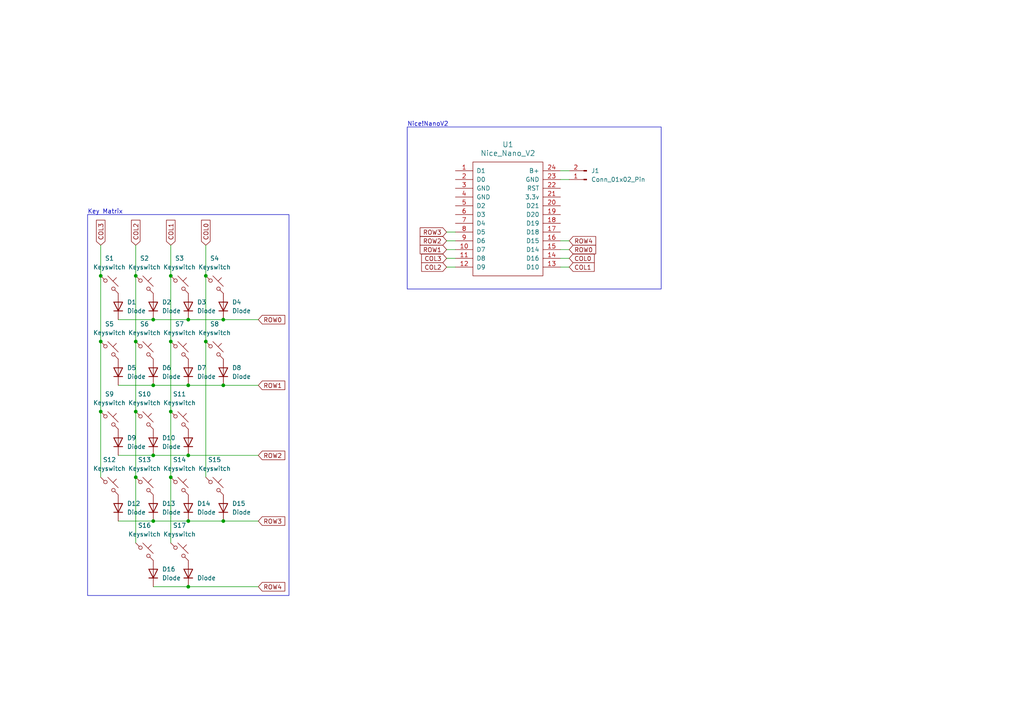
<source format=kicad_sch>
(kicad_sch (version 20231120) (generator "eeschema") (generator_version "8.0")
  (paper "A4")
  (title_block (title "Numpad"))
  (lib_symbols
    (symbol "Connector:Conn_01x02_Pin" (pin_names (offset 1.016) hide)
      (property "Reference" "J" (at 0 2.54 0))
      (property "Value" "Conn_01x02_Pin" (at 0 -5.08 0))
      (symbol "Conn_01x02_Pin_1_1"
        (polyline (pts (xy 1.27 -2.54) (xy 0.8636 -2.54)) (stroke (width 0.1524)))
        (polyline (pts (xy 1.27 0) (xy 0.8636 0)) (stroke (width 0.1524)))
        (rectangle (start 0.8636 -2.413) (end 0 -2.667) (stroke (width 0.1524)) (fill (type outline)))
        (rectangle (start 0.8636 0.127) (end 0 -0.127) (stroke (width 0.1524)) (fill (type outline)))
        (pin passive line (at 5.08 0 180) (length 3.81) (name "Pin_1") (number "1"))
        (pin passive line (at 5.08 -2.54 180) (length 3.81) (name "Pin_2") (number "2"))
      )
    )
    (symbol "ScottoKeebs:MCU_Nice_Nano_V2" (pin_names (offset 1.016))
      (property "Reference" "U" (at 0 0 0))
      (property "Value" "Nice_Nano_V2" (at 0 -19.05 0))
      (symbol "MCU_Nice_Nano_V2_0_1"
        (rectangle (start -10.16 16.51) (end 10.16 -16.51))
      )
      (symbol "MCU_Nice_Nano_V2_1_1"
        (pin input line (at -15.24 13.97 0) (length 5.08) (name "D1") (number "1"))
        (pin input line (at -15.24 -8.89 0) (length 5.08) (name "D7") (number "10"))
        (pin input line (at -15.24 -11.43 0) (length 5.08) (name "D8") (number "11"))
        (pin input line (at -15.24 -13.97 0) (length 5.08) (name "D9") (number "12"))
        (pin input line (at 15.24 -13.97 180) (length 5.08) (name "D10") (number "13"))
        (pin input line (at 15.24 -11.43 180) (length 5.08) (name "D16") (number "14"))
        (pin input line (at 15.24 -8.89 180) (length 5.08) (name "D14") (number "15"))
        (pin input line (at 15.24 -6.35 180) (length 5.08) (name "D15") (number "16"))
        (pin input line (at 15.24 -3.81 180) (length 5.08) (name "D18") (number "17"))
        (pin input line (at 15.24 -1.27 180) (length 5.08) (name "D19") (number "18"))
        (pin input line (at 15.24 1.27 180) (length 5.08) (name "D20") (number "19"))
        (pin input line (at -15.24 11.43 0) (length 5.08) (name "D0") (number "2"))
        (pin input line (at 15.24 3.81 180) (length 5.08) (name "D21") (number "20"))
        (pin input line (at 15.24 6.35 180) (length 5.08) (name "3.3v") (number "21"))
        (pin input line (at 15.24 8.89 180) (length 5.08) (name "RST") (number "22"))
        (pin input line (at 15.24 11.43 180) (length 5.08) (name "GND") (number "23"))
        (pin input line (at 15.24 13.97 180) (length 5.08) (name "B+") (number "24"))
        (pin input line (at -15.24 8.89 0) (length 5.08) (name "GND") (number "3"))
        (pin input line (at -15.24 6.35 0) (length 5.08) (name "GND") (number "4"))
        (pin input line (at -15.24 3.81 0) (length 5.08) (name "D2") (number "5"))
        (pin input line (at -15.24 1.27 0) (length 5.08) (name "D3") (number "6"))
        (pin input line (at -15.24 -1.27 0) (length 5.08) (name "D4") (number "7"))
        (pin input line (at -15.24 -3.81 0) (length 5.08) (name "D5") (number "8"))
        (pin input line (at -15.24 -6.35 0) (length 5.08) (name "D6") (number "9"))
      )
    )
    (symbol "ScottoKeebs:Placeholder_Diode" (pin_numbers hide) (pin_names hide)
      (property "Reference" "D" (at 0 2.54 0))
      (property "Value" "Diode" (at 0 -2.54 0))
      (symbol "Placeholder_Diode_0_1"
        (polyline (pts (xy -1.27 1.27) (xy -1.27 -1.27)) (stroke (width 0.254)))
        (polyline (pts (xy 1.27 0) (xy -1.27 0)))
        (polyline (pts (xy 1.27 1.27) (xy 1.27 -1.27) (xy -1.27 0) (xy 1.27 1.27)) (stroke (width 0.254)))
      )
      (symbol "Placeholder_Diode_1_1"
        (pin passive line (at -3.81 0 0) (length 2.54) (name "K") (number "1"))
        (pin passive line (at 3.81 0 180) (length 2.54) (name "A") (number "2"))
      )
    )
    (symbol "ScottoKeebs:Placeholder_Keyswitch" (pin_numbers hide) (pin_names (offset 1.016) hide)
      (property "Reference" "S" (at 3.048 1.016 0))
      (property "Value" "Keyswitch" (at 0 -3.81 0))
      (symbol "Placeholder_Keyswitch_0_1"
        (circle (center -1.1684 1.1684) (radius 0.508))
        (polyline (pts (xy -0.508 2.54) (xy 2.54 -0.508)))
        (polyline (pts (xy 1.016 1.016) (xy 2.032 2.032)))
        (polyline (pts (xy -2.54 2.54) (xy -1.524 1.524) (xy -1.524 1.524)))
        (polyline (pts (xy 1.524 -1.524) (xy 2.54 -2.54) (xy 2.54 -2.54) (xy 2.54 -2.54)))
        (circle (center 1.143 -1.1938) (radius 0.508))
        (pin passive line (at -2.54 2.54 0) (length 0) (name "1") (number "1"))
        (pin passive line (at 2.54 -2.54 180) (length 0) (name "2") (number "2"))
      )
    )
  )
  (junction (at 39.37 119.38))
  (junction (at 44.45 92.71))
  (junction (at 64.77 151.13))
  (junction (at 49.53 80.01))
  (junction (at 39.37 99.06))
  (junction (at 29.21 99.06))
  (junction (at 54.61 92.71))
  (junction (at 54.61 151.13))
  (junction (at 64.77 92.71))
  (junction (at 29.21 80.01))
  (junction (at 64.77 111.76))
  (junction (at 54.61 132.08))
  (junction (at 44.45 111.76))
  (junction (at 49.53 99.06))
  (junction (at 29.21 119.38))
  (junction (at 54.61 170.18))
  (junction (at 59.69 80.01))
  (junction (at 44.45 132.08))
  (junction (at 54.61 111.76))
  (junction (at 39.37 138.43))
  (junction (at 49.53 138.43))
  (junction (at 44.45 151.13))
  (junction (at 59.69 99.06))
  (junction (at 39.37 80.01))
  (junction (at 49.53 119.38))
  (wire (pts (xy 162.56 72.39) (xy 165.1 72.39)))
  (wire (pts (xy 162.56 49.53) (xy 165.1 49.53)))
  (wire (pts (xy 59.69 99.06) (xy 59.69 138.43)))
  (wire (pts (xy 29.21 80.01) (xy 29.21 99.06)))
  (wire (pts (xy 44.45 170.18) (xy 54.61 170.18)))
  (wire (pts (xy 54.61 170.18) (xy 74.93 170.18)))
  (wire (pts (xy 54.61 151.13) (xy 64.77 151.13)))
  (wire (pts (xy 44.45 132.08) (xy 54.61 132.08)))
  (wire (pts (xy 34.29 92.71) (xy 44.45 92.71)))
  (wire (pts (xy 64.77 151.13) (xy 74.93 151.13)))
  (wire (pts (xy 64.77 92.71) (xy 74.93 92.71)))
  (wire (pts (xy 49.53 119.38) (xy 49.53 138.43)))
  (wire (pts (xy 34.29 111.76) (xy 44.45 111.76)))
  (wire (pts (xy 34.29 132.08) (xy 44.45 132.08)))
  (wire (pts (xy 54.61 132.08) (xy 74.93 132.08)))
  (wire (pts (xy 59.69 80.01) (xy 59.69 99.06)))
  (wire (pts (xy 39.37 138.43) (xy 39.37 157.48)))
  (wire (pts (xy 29.21 119.38) (xy 29.21 138.43)))
  (wire (pts (xy 59.69 71.12) (xy 59.69 80.01)))
  (wire (pts (xy 49.53 99.06) (xy 49.53 119.38)))
  (wire (pts (xy 44.45 92.71) (xy 54.61 92.71)))
  (wire (pts (xy 49.53 80.01) (xy 49.53 99.06)))
  (wire (pts (xy 64.77 111.76) (xy 74.93 111.76)))
  (wire (pts (xy 129.54 69.85) (xy 132.08 69.85)))
  (wire (pts (xy 49.53 138.43) (xy 49.53 157.48)))
  (wire (pts (xy 162.56 69.85) (xy 165.1 69.85)))
  (wire (pts (xy 162.56 52.07) (xy 165.1 52.07)))
  (wire (pts (xy 39.37 71.12) (xy 39.37 80.01)))
  (wire (pts (xy 44.45 151.13) (xy 54.61 151.13)))
  (wire (pts (xy 129.54 74.93) (xy 132.08 74.93)))
  (wire (pts (xy 34.29 151.13) (xy 44.45 151.13)))
  (wire (pts (xy 39.37 119.38) (xy 39.37 138.43)))
  (wire (pts (xy 29.21 71.12) (xy 29.21 80.01)))
  (wire (pts (xy 54.61 111.76) (xy 64.77 111.76)))
  (wire (pts (xy 44.45 111.76) (xy 54.61 111.76)))
  (wire (pts (xy 129.54 72.39) (xy 132.08 72.39)))
  (wire (pts (xy 129.54 77.47) (xy 132.08 77.47)))
  (wire (pts (xy 39.37 80.01) (xy 39.37 99.06)))
  (wire (pts (xy 39.37 99.06) (xy 39.37 119.38)))
  (wire (pts (xy 129.54 67.31) (xy 132.08 67.31)))
  (wire (pts (xy 49.53 71.12) (xy 49.53 80.01)))
  (wire (pts (xy 162.56 77.47) (xy 165.1 77.47)))
  (wire (pts (xy 54.61 92.71) (xy 64.77 92.71)))
  (wire (pts (xy 29.21 99.06) (xy 29.21 119.38)))
  (wire (pts (xy 162.56 74.93) (xy 165.1 74.93)))
  (rectangle (start 25.4 62.23) (end 83.82 172.72))
  (rectangle (start 118.11 36.83) (end 191.77 83.82))
  (text "Key Matrix\n" (at 25.4 62.23 0) (effects (font (size 1.27 1.27)) (justify left bottom)))
  (text "Nice!NanoV2" (at 118.11 36.83 0) (effects (font (size 1.27 1.27)) (justify left bottom)))
  (global_label "COL0" (shape input) (at 59.69 71.12 90) (property "Intersheetrefs" "${INTERSHEET_REFS}" (effects (hide yes))))
  (global_label "ROW4" (shape input) (at 165.1 69.85 0) (property "Intersheetrefs" "${INTERSHEET_REFS}" (effects (hide yes))))
  (global_label "COL1" (shape input) (at 49.53 71.12 90) (property "Intersheetrefs" "${INTERSHEET_REFS}" (effects (hide yes))))
  (global_label "ROW0" (shape input) (at 74.93 92.71 0) (property "Intersheetrefs" "${INTERSHEET_REFS}" (effects (hide yes))))
  (global_label "ROW2" (shape input) (at 129.54 69.85 180) (property "Intersheetrefs" "${INTERSHEET_REFS}" (effects (hide yes))))
  (global_label "ROW3" (shape input) (at 74.93 151.13 0) (property "Intersheetrefs" "${INTERSHEET_REFS}" (effects (hide yes))))
  (global_label "COL2" (shape input) (at 129.54 77.47 180) (property "Intersheetrefs" "${INTERSHEET_REFS}" (effects (hide yes))))
  (global_label "ROW1" (shape input) (at 74.93 111.76 0) (property "Intersheetrefs" "${INTERSHEET_REFS}" (effects (hide yes))))
  (global_label "COL0" (shape input) (at 165.1 74.93 0) (property "Intersheetrefs" "${INTERSHEET_REFS}" (effects (hide yes))))
  (global_label "COL3" (shape input) (at 29.21 71.12 90) (property "Intersheetrefs" "${INTERSHEET_REFS}" (effects (hide yes))))
  (global_label "ROW0" (shape input) (at 165.1 72.39 0) (property "Intersheetrefs" "${INTERSHEET_REFS}" (effects (hide yes))))
  (global_label "COL2" (shape input) (at 39.37 71.12 90) (property "Intersheetrefs" "${INTERSHEET_REFS}" (effects (hide yes))))
  (global_label "ROW4" (shape input) (at 74.93 170.18 0) (property "Intersheetrefs" "${INTERSHEET_REFS}" (effects (hide yes))))
  (global_label "COL3" (shape input) (at 129.54 74.93 180) (property "Intersheetrefs" "${INTERSHEET_REFS}" (effects (hide yes))))
  (global_label "ROW3" (shape input) (at 129.54 67.31 180) (property "Intersheetrefs" "${INTERSHEET_REFS}" (effects (hide yes))))
  (global_label "COL1" (shape input) (at 165.1 77.47 0) (property "Intersheetrefs" "${INTERSHEET_REFS}" (effects (hide yes))))
  (global_label "ROW2" (shape input) (at 74.93 132.08 0) (property "Intersheetrefs" "${INTERSHEET_REFS}" (effects (hide yes))))
  (global_label "ROW1" (shape input) (at 129.54 72.39 180) (property "Intersheetrefs" "${INTERSHEET_REFS}" (effects (hide yes))))
  (symbol (lib_id "ScottoKeebs:Placeholder_Keyswitch") (at 62.23 140.97 0) (unit 1)
    (property "Reference" "S15" (at 62.23 133.35 0))
    (property "Value" "Keyswitch" (at 62.23 135.89 0))
    (property "Footprint" "ScottoKeebs_MX:MX_PCB_2.00u_90deg" (effects (hide yes)))
  )
  (symbol (lib_id "ScottoKeebs:Placeholder_Diode") (at 44.45 166.37 90) (unit 1)
    (property "Reference" "D16" (at 46.99 165.1 90) (effects (justify right)))
    (property "Value" "Diode" (at 46.99 167.64 90) (effects (justify right)))
    (property "Footprint" "ScottoKeebs_Components:Diode_DO-35" (effects (hide yes)))
    (property "Sim.Device" "D" (effects (hide yes)))
    (property "Sim.Pins" "1=K 2=A" (effects (hide yes)))
  )
  (symbol (lib_id "ScottoKeebs:Placeholder_Keyswitch") (at 52.07 121.92 0) (unit 1)
    (property "Reference" "S11" (at 52.07 114.3 0))
    (property "Value" "Keyswitch" (at 52.07 116.84 0))
    (property "Footprint" "ScottoKeebs_MX:MX_PCB_1.00u" (effects (hide yes)))
  )
  (symbol (lib_id "ScottoKeebs:Placeholder_Keyswitch") (at 41.91 101.6 0) (unit 1)
    (property "Reference" "S6" (at 41.91 93.98 0))
    (property "Value" "Keyswitch" (at 41.91 96.52 0))
    (property "Footprint" "ScottoKeebs_MX:MX_PCB_1.00u" (effects (hide yes)))
  )
  (symbol (lib_id "ScottoKeebs:Placeholder_Keyswitch") (at 52.07 101.6 0) (unit 1)
    (property "Reference" "S7" (at 52.07 93.98 0))
    (property "Value" "Keyswitch" (at 52.07 96.52 0))
    (property "Footprint" "ScottoKeebs_MX:MX_PCB_1.00u" (effects (hide yes)))
  )
  (symbol (lib_id "ScottoKeebs:Placeholder_Keyswitch") (at 31.75 121.92 0) (unit 1)
    (property "Reference" "S9" (at 31.75 114.3 0))
    (property "Value" "Keyswitch" (at 31.75 116.84 0))
    (property "Footprint" "ScottoKeebs_MX:MX_PCB_1.00u" (effects (hide yes)))
  )
  (symbol (lib_id "ScottoKeebs:Placeholder_Keyswitch") (at 31.75 82.55 0) (unit 1)
    (property "Reference" "S1" (at 31.75 74.93 0))
    (property "Value" "Keyswitch" (at 31.75 77.47 0))
    (property "Footprint" "ScottoKeebs_MX:MX_PCB_1.00u" (effects (hide yes)))
  )
  (symbol (lib_id "ScottoKeebs:Placeholder_Diode") (at 44.45 147.32 90) (unit 1)
    (property "Reference" "D13" (at 46.99 146.05 90) (effects (justify right)))
    (property "Value" "Diode" (at 46.99 148.59 90) (effects (justify right)))
    (property "Footprint" "ScottoKeebs_Components:Diode_DO-35" (effects (hide yes)))
    (property "Sim.Device" "D" (effects (hide yes)))
    (property "Sim.Pins" "1=K 2=A" (effects (hide yes)))
  )
  (symbol (lib_id "ScottoKeebs:Placeholder_Keyswitch") (at 41.91 121.92 0) (unit 1)
    (property "Reference" "S10" (at 41.91 114.3 0))
    (property "Value" "Keyswitch" (at 41.91 116.84 0))
    (property "Footprint" "ScottoKeebs_MX:MX_PCB_1.00u" (effects (hide yes)))
  )
  (symbol (lib_id "ScottoKeebs:Placeholder_Keyswitch") (at 31.75 140.97 0) (unit 1)
    (property "Reference" "S12" (at 31.75 133.35 0))
    (property "Value" "Keyswitch" (at 31.75 135.89 0))
    (property "Footprint" "ScottoKeebs_MX:MX_PCB_1.00u" (effects (hide yes)))
  )
  (symbol (lib_id "ScottoKeebs:Placeholder_Diode") (at 34.29 128.27 90) (unit 1)
    (property "Reference" "D9" (at 36.83 127 90) (effects (justify right)))
    (property "Value" "Diode" (at 36.83 129.54 90) (effects (justify right)))
    (property "Footprint" "ScottoKeebs_Components:Diode_DO-35" (effects (hide yes)))
    (property "Sim.Device" "D" (effects (hide yes)))
    (property "Sim.Pins" "1=K 2=A" (effects (hide yes)))
  )
  (symbol (lib_id "ScottoKeebs:Placeholder_Diode") (at 64.77 147.32 90) (unit 1)
    (property "Reference" "D15" (at 67.31 146.05 90) (effects (justify right)))
    (property "Value" "Diode" (at 67.31 148.59 90) (effects (justify right)))
    (property "Footprint" "ScottoKeebs_Components:Diode_DO-35" (effects (hide yes)))
    (property "Sim.Device" "D" (effects (hide yes)))
    (property "Sim.Pins" "1=K 2=A" (effects (hide yes)))
  )
  (symbol (lib_id "ScottoKeebs:Placeholder_Diode") (at 44.45 107.95 90) (unit 1)
    (property "Reference" "D6" (at 46.99 106.68 90) (effects (justify right)))
    (property "Value" "Diode" (at 46.99 109.22 90) (effects (justify right)))
    (property "Footprint" "ScottoKeebs_Components:Diode_DO-35" (effects (hide yes)))
    (property "Sim.Device" "D" (effects (hide yes)))
    (property "Sim.Pins" "1=K 2=A" (effects (hide yes)))
  )
  (symbol (lib_id "ScottoKeebs:Placeholder_Diode") (at 64.77 88.9 90) (unit 1)
    (property "Reference" "D4" (at 67.31 87.63 90) (effects (justify right)))
    (property "Value" "Diode" (at 67.31 90.17 90) (effects (justify right)))
    (property "Footprint" "ScottoKeebs_Components:Diode_DO-35" (effects (hide yes)))
    (property "Sim.Device" "D" (effects (hide yes)))
    (property "Sim.Pins" "1=K 2=A" (effects (hide yes)))
  )
  (symbol (lib_id "ScottoKeebs:Placeholder_Diode") (at 54.61 128.27 90) (unit 1)
    (property "Reference" "D11" (effects (hide yes)))
    (property "Value" "Diode" (effects (hide yes)))
    (property "Footprint" "ScottoKeebs_Components:Diode_DO-35" (effects (hide yes)))
    (property "Sim.Device" "D" (effects (hide yes)))
    (property "Sim.Pins" "1=K 2=A" (effects (hide yes)))
  )
  (symbol (lib_id "ScottoKeebs:Placeholder_Diode") (at 64.77 107.95 90) (unit 1)
    (property "Reference" "D8" (at 67.31 106.68 90) (effects (justify right)))
    (property "Value" "Diode" (at 67.31 109.22 90) (effects (justify right)))
    (property "Footprint" "ScottoKeebs_Components:Diode_DO-35" (effects (hide yes)))
    (property "Sim.Device" "D" (effects (hide yes)))
    (property "Sim.Pins" "1=K 2=A" (effects (hide yes)))
  )
  (symbol (lib_id "ScottoKeebs:Placeholder_Diode") (at 54.61 107.95 90) (unit 1)
    (property "Reference" "D7" (at 57.15 106.68 90) (effects (justify right)))
    (property "Value" "Diode" (at 57.15 109.22 90) (effects (justify right)))
    (property "Footprint" "ScottoKeebs_Components:Diode_DO-35" (effects (hide yes)))
    (property "Sim.Device" "D" (effects (hide yes)))
    (property "Sim.Pins" "1=K 2=A" (effects (hide yes)))
  )
  (symbol (lib_id "ScottoKeebs:Placeholder_Diode") (at 54.61 166.37 90) (unit 1)
    (property "Reference" "D17" (effects (hide yes)))
    (property "Value" "Diode" (at 57.15 167.64 90) (effects (justify right)))
    (property "Footprint" "ScottoKeebs_Components:Diode_DO-35" (effects (hide yes)))
    (property "Sim.Device" "D" (effects (hide yes)))
    (property "Sim.Pins" "1=K 2=A" (effects (hide yes)))
  )
  (symbol (lib_id "ScottoKeebs:Placeholder_Diode") (at 34.29 88.9 90) (unit 1)
    (property "Reference" "D1" (at 36.83 87.63 90) (effects (justify right)))
    (property "Value" "Diode" (at 36.83 90.17 90) (effects (justify right)))
    (property "Footprint" "ScottoKeebs_Components:Diode_DO-35" (effects (hide yes)))
    (property "Sim.Device" "D" (effects (hide yes)))
    (property "Sim.Pins" "1=K 2=A" (effects (hide yes)))
  )
  (symbol (lib_id "ScottoKeebs:Placeholder_Keyswitch") (at 41.91 140.97 0) (unit 1)
    (property "Reference" "S13" (at 41.91 133.35 0))
    (property "Value" "Keyswitch" (at 41.91 135.89 0))
    (property "Footprint" "ScottoKeebs_MX:MX_PCB_1.00u" (effects (hide yes)))
  )
  (symbol (lib_id "ScottoKeebs:Placeholder_Keyswitch") (at 52.07 82.55 0) (unit 1)
    (property "Reference" "S3" (at 52.07 74.93 0))
    (property "Value" "Keyswitch" (at 52.07 77.47 0))
    (property "Footprint" "ScottoKeebs_MX:MX_PCB_1.00u" (effects (hide yes)))
  )
  (symbol (lib_id "ScottoKeebs:Placeholder_Keyswitch") (at 52.07 140.97 0) (unit 1)
    (property "Reference" "S14" (at 52.07 133.35 0))
    (property "Value" "Keyswitch" (at 52.07 135.89 0))
    (property "Footprint" "ScottoKeebs_MX:MX_PCB_1.00u" (effects (hide yes)))
  )
  (symbol (lib_id "ScottoKeebs:Placeholder_Diode") (at 54.61 147.32 90) (unit 1)
    (property "Reference" "D14" (at 57.15 146.05 90) (effects (justify right)))
    (property "Value" "Diode" (at 57.15 148.59 90) (effects (justify right)))
    (property "Footprint" "ScottoKeebs_Components:Diode_DO-35" (effects (hide yes)))
    (property "Sim.Device" "D" (effects (hide yes)))
    (property "Sim.Pins" "1=K 2=A" (effects (hide yes)))
  )
  (symbol (lib_id "Connector:Conn_01x02_Pin") (at 170.18 52.07 180) (unit 1)
    (property "Reference" "J1" (at 171.45 49.5299 0) (effects (justify right)))
    (property "Value" "Conn_01x02_Pin" (at 171.45 52.0699 0) (effects (justify right)))
    (property "Footprint" "Connector:JWT_A3963_1x02_P3.96mm_Vertical" (effects (hide yes)))
    (property "Description" "Generic connector, single row, 01x02, script generated" (effects (hide yes)))
  )
  (symbol (lib_id "ScottoKeebs:Placeholder_Diode") (at 44.45 88.9 90) (unit 1)
    (property "Reference" "D2" (at 46.99 87.63 90) (effects (justify right)))
    (property "Value" "Diode" (at 46.99 90.17 90) (effects (justify right)))
    (property "Footprint" "ScottoKeebs_Components:Diode_DO-35" (effects (hide yes)))
    (property "Sim.Device" "D" (effects (hide yes)))
    (property "Sim.Pins" "1=K 2=A" (effects (hide yes)))
  )
  (symbol (lib_id "ScottoKeebs:Placeholder_Diode") (at 34.29 107.95 90) (unit 1)
    (property "Reference" "D5" (at 36.83 106.68 90) (effects (justify right)))
    (property "Value" "Diode" (at 36.83 109.22 90) (effects (justify right)))
    (property "Footprint" "ScottoKeebs_Components:Diode_DO-35" (effects (hide yes)))
    (property "Sim.Device" "D" (effects (hide yes)))
    (property "Sim.Pins" "1=K 2=A" (effects (hide yes)))
  )
  (symbol (lib_id "ScottoKeebs:Placeholder_Diode") (at 54.61 88.9 90) (unit 1)
    (property "Reference" "D3" (at 57.15 87.63 90) (effects (justify right)))
    (property "Value" "Diode" (at 57.15 90.17 90) (effects (justify right)))
    (property "Footprint" "ScottoKeebs_Components:Diode_DO-35" (effects (hide yes)))
    (property "Sim.Device" "D" (effects (hide yes)))
    (property "Sim.Pins" "1=K 2=A" (effects (hide yes)))
  )
  (symbol (lib_id "ScottoKeebs:Placeholder_Keyswitch") (at 41.91 160.02 0) (unit 1)
    (property "Reference" "S16" (at 41.91 152.4 0))
    (property "Value" "Keyswitch" (at 41.91 154.94 0))
    (property "Footprint" "ScottoKeebs_MX:MX_PCB_2.00u" (effects (hide yes)))
  )
  (symbol (lib_id "ScottoKeebs:Placeholder_Keyswitch") (at 52.07 160.02 0) (unit 1)
    (property "Reference" "S17" (at 52.07 152.4 0))
    (property "Value" "Keyswitch" (at 52.07 154.94 0))
    (property "Footprint" "ScottoKeebs_MX:MX_PCB_1.00u" (effects (hide yes)))
  )
  (symbol (lib_id "ScottoKeebs:Placeholder_Keyswitch") (at 31.75 101.6 0) (unit 1)
    (property "Reference" "S5" (at 31.75 93.98 0))
    (property "Value" "Keyswitch" (at 31.75 96.52 0))
    (property "Footprint" "ScottoKeebs_MX:MX_PCB_1.00u" (effects (hide yes)))
  )
  (symbol (lib_id "ScottoKeebs:Placeholder_Diode") (at 34.29 147.32 90) (unit 1)
    (property "Reference" "D12" (at 36.83 146.05 90) (effects (justify right)))
    (property "Value" "Diode" (at 36.83 148.59 90) (effects (justify right)))
    (property "Footprint" "ScottoKeebs_Components:Diode_DO-35" (effects (hide yes)))
    (property "Sim.Device" "D" (effects (hide yes)))
    (property "Sim.Pins" "1=K 2=A" (effects (hide yes)))
  )
  (symbol (lib_id "ScottoKeebs:Placeholder_Diode") (at 44.45 128.27 90) (unit 1)
    (property "Reference" "D10" (at 46.99 127 90) (effects (justify right)))
    (property "Value" "Diode" (at 46.99 129.54 90) (effects (justify right)))
    (property "Footprint" "ScottoKeebs_Components:Diode_DO-35" (effects (hide yes)))
    (property "Sim.Device" "D" (effects (hide yes)))
    (property "Sim.Pins" "1=K 2=A" (effects (hide yes)))
  )
  (symbol (lib_id "ScottoKeebs:MCU_Nice_Nano_V2") (at 147.32 63.5 0) (unit 1)
    (property "Reference" "U1" (at 147.32 41.91 0) (effects (font (size 1.524 1.524))))
    (property "Value" "Nice_Nano_V2" (at 147.32 44.45 0) (effects (font (size 1.524 1.524))))
    (property "Footprint" "ScottoKeebs_MCU:Nice_Nano_V2" (effects (hide yes)))
  )
  (symbol (lib_id "ScottoKeebs:Placeholder_Keyswitch") (at 41.91 82.55 0) (unit 1)
    (property "Reference" "S2" (at 41.91 74.93 0))
    (property "Value" "Keyswitch" (at 41.91 77.47 0))
    (property "Footprint" "ScottoKeebs_MX:MX_PCB_1.00u" (effects (hide yes)))
  )
  (symbol (lib_id "ScottoKeebs:Placeholder_Keyswitch") (at 62.23 101.6 0) (unit 1)
    (property "Reference" "S8" (at 62.23 93.98 0))
    (property "Value" "Keyswitch" (at 62.23 96.52 0))
    (property "Footprint" "ScottoKeebs_MX:MX_PCB_2.00u_90deg" (effects (hide yes)))
  )
  (symbol (lib_id "ScottoKeebs:Placeholder_Keyswitch") (at 62.23 82.55 0) (unit 1)
    (property "Reference" "S4" (at 62.23 74.93 0))
    (property "Value" "Keyswitch" (at 62.23 77.47 0))
    (property "Footprint" "ScottoKeebs_MX:MX_PCB_1.00u" (effects (hide yes)))
  )
)
</source>
